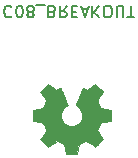
<source format=gbr>
G04 #@! TF.GenerationSoftware,KiCad,Pcbnew,5.1.5-52549c5~86~ubuntu18.04.1*
G04 #@! TF.CreationDate,2020-09-23T16:05:52-05:00*
G04 #@! TF.ProjectId,C08,4330382e-6b69-4636-9164-5f7063625858,rev?*
G04 #@! TF.SameCoordinates,Original*
G04 #@! TF.FileFunction,Legend,Bot*
G04 #@! TF.FilePolarity,Positive*
%FSLAX46Y46*%
G04 Gerber Fmt 4.6, Leading zero omitted, Abs format (unit mm)*
G04 Created by KiCad (PCBNEW 5.1.5-52549c5~86~ubuntu18.04.1) date 2020-09-23 16:05:52*
%MOMM*%
%LPD*%
G04 APERTURE LIST*
%ADD10C,0.150000*%
%ADD11C,0.010000*%
G04 APERTURE END LIST*
D10*
X23995666Y-37793657D02*
X23948047Y-37746038D01*
X23805190Y-37698419D01*
X23709952Y-37698419D01*
X23567095Y-37746038D01*
X23471857Y-37841276D01*
X23424238Y-37936514D01*
X23376619Y-38126990D01*
X23376619Y-38269847D01*
X23424238Y-38460323D01*
X23471857Y-38555561D01*
X23567095Y-38650800D01*
X23709952Y-38698419D01*
X23805190Y-38698419D01*
X23948047Y-38650800D01*
X23995666Y-38603180D01*
X24614714Y-38698419D02*
X24709952Y-38698419D01*
X24805190Y-38650800D01*
X24852809Y-38603180D01*
X24900428Y-38507942D01*
X24948047Y-38317466D01*
X24948047Y-38079371D01*
X24900428Y-37888895D01*
X24852809Y-37793657D01*
X24805190Y-37746038D01*
X24709952Y-37698419D01*
X24614714Y-37698419D01*
X24519476Y-37746038D01*
X24471857Y-37793657D01*
X24424238Y-37888895D01*
X24376619Y-38079371D01*
X24376619Y-38317466D01*
X24424238Y-38507942D01*
X24471857Y-38603180D01*
X24519476Y-38650800D01*
X24614714Y-38698419D01*
X25519476Y-38269847D02*
X25424238Y-38317466D01*
X25376619Y-38365085D01*
X25329000Y-38460323D01*
X25329000Y-38507942D01*
X25376619Y-38603180D01*
X25424238Y-38650800D01*
X25519476Y-38698419D01*
X25709952Y-38698419D01*
X25805190Y-38650800D01*
X25852809Y-38603180D01*
X25900428Y-38507942D01*
X25900428Y-38460323D01*
X25852809Y-38365085D01*
X25805190Y-38317466D01*
X25709952Y-38269847D01*
X25519476Y-38269847D01*
X25424238Y-38222228D01*
X25376619Y-38174609D01*
X25329000Y-38079371D01*
X25329000Y-37888895D01*
X25376619Y-37793657D01*
X25424238Y-37746038D01*
X25519476Y-37698419D01*
X25709952Y-37698419D01*
X25805190Y-37746038D01*
X25852809Y-37793657D01*
X25900428Y-37888895D01*
X25900428Y-38079371D01*
X25852809Y-38174609D01*
X25805190Y-38222228D01*
X25709952Y-38269847D01*
X26090904Y-37603180D02*
X26852809Y-37603180D01*
X27424238Y-38222228D02*
X27567095Y-38174609D01*
X27614714Y-38126990D01*
X27662333Y-38031752D01*
X27662333Y-37888895D01*
X27614714Y-37793657D01*
X27567095Y-37746038D01*
X27471857Y-37698419D01*
X27090904Y-37698419D01*
X27090904Y-38698419D01*
X27424238Y-38698419D01*
X27519476Y-38650800D01*
X27567095Y-38603180D01*
X27614714Y-38507942D01*
X27614714Y-38412704D01*
X27567095Y-38317466D01*
X27519476Y-38269847D01*
X27424238Y-38222228D01*
X27090904Y-38222228D01*
X28662333Y-37698419D02*
X28329000Y-38174609D01*
X28090904Y-37698419D02*
X28090904Y-38698419D01*
X28471857Y-38698419D01*
X28567095Y-38650800D01*
X28614714Y-38603180D01*
X28662333Y-38507942D01*
X28662333Y-38365085D01*
X28614714Y-38269847D01*
X28567095Y-38222228D01*
X28471857Y-38174609D01*
X28090904Y-38174609D01*
X29090904Y-38222228D02*
X29424238Y-38222228D01*
X29567095Y-37698419D02*
X29090904Y-37698419D01*
X29090904Y-38698419D01*
X29567095Y-38698419D01*
X29948047Y-37984133D02*
X30424238Y-37984133D01*
X29852809Y-37698419D02*
X30186142Y-38698419D01*
X30519476Y-37698419D01*
X30852809Y-37698419D02*
X30852809Y-38698419D01*
X31424238Y-37698419D02*
X30995666Y-38269847D01*
X31424238Y-38698419D02*
X30852809Y-38126990D01*
X32043285Y-38698419D02*
X32233761Y-38698419D01*
X32329000Y-38650800D01*
X32424238Y-38555561D01*
X32471857Y-38365085D01*
X32471857Y-38031752D01*
X32424238Y-37841276D01*
X32329000Y-37746038D01*
X32233761Y-37698419D01*
X32043285Y-37698419D01*
X31948047Y-37746038D01*
X31852809Y-37841276D01*
X31805190Y-38031752D01*
X31805190Y-38365085D01*
X31852809Y-38555561D01*
X31948047Y-38650800D01*
X32043285Y-38698419D01*
X32900428Y-38698419D02*
X32900428Y-37888895D01*
X32948047Y-37793657D01*
X32995666Y-37746038D01*
X33090904Y-37698419D01*
X33281380Y-37698419D01*
X33376619Y-37746038D01*
X33424238Y-37793657D01*
X33471857Y-37888895D01*
X33471857Y-38698419D01*
X33805190Y-38698419D02*
X34376619Y-38698419D01*
X34090904Y-37698419D02*
X34090904Y-38698419D01*
D11*
G36*
X29638814Y-49825869D02*
G01*
X29722635Y-49381245D01*
X30031920Y-49253747D01*
X30341206Y-49126249D01*
X30712246Y-49378554D01*
X30816157Y-49448804D01*
X30910087Y-49511528D01*
X30989652Y-49563862D01*
X31050470Y-49602943D01*
X31088157Y-49625907D01*
X31098421Y-49630858D01*
X31116910Y-49618124D01*
X31156420Y-49582918D01*
X31212522Y-49529738D01*
X31280787Y-49463082D01*
X31356786Y-49387446D01*
X31436092Y-49307328D01*
X31514275Y-49227226D01*
X31586907Y-49151636D01*
X31649559Y-49085055D01*
X31697803Y-49031982D01*
X31727210Y-48996913D01*
X31734241Y-48985177D01*
X31724123Y-48963540D01*
X31695759Y-48916138D01*
X31652129Y-48847607D01*
X31596218Y-48762585D01*
X31531006Y-48665707D01*
X31493219Y-48610450D01*
X31424343Y-48509552D01*
X31363140Y-48418501D01*
X31312578Y-48341830D01*
X31275628Y-48284072D01*
X31255258Y-48249757D01*
X31252197Y-48242546D01*
X31259136Y-48222052D01*
X31278051Y-48174287D01*
X31306087Y-48105968D01*
X31340391Y-48023811D01*
X31378109Y-47934530D01*
X31416387Y-47844842D01*
X31452370Y-47761462D01*
X31483206Y-47691106D01*
X31506039Y-47640490D01*
X31518017Y-47616329D01*
X31518724Y-47615378D01*
X31537531Y-47610764D01*
X31587618Y-47600472D01*
X31663793Y-47585513D01*
X31760865Y-47566899D01*
X31873643Y-47545641D01*
X31939442Y-47533382D01*
X32059950Y-47510438D01*
X32168797Y-47488605D01*
X32260476Y-47469078D01*
X32329481Y-47453052D01*
X32370304Y-47441721D01*
X32378511Y-47438126D01*
X32386548Y-47413794D01*
X32393033Y-47358841D01*
X32397970Y-47279692D01*
X32401364Y-47182774D01*
X32403218Y-47074513D01*
X32403538Y-46961335D01*
X32402327Y-46849665D01*
X32399590Y-46745932D01*
X32395331Y-46656559D01*
X32389555Y-46587974D01*
X32382267Y-46546603D01*
X32377895Y-46537990D01*
X32351764Y-46527667D01*
X32296393Y-46512908D01*
X32219107Y-46495448D01*
X32127230Y-46477020D01*
X32095158Y-46471059D01*
X31940524Y-46442734D01*
X31818375Y-46419924D01*
X31724673Y-46401720D01*
X31655384Y-46387217D01*
X31606471Y-46375508D01*
X31573897Y-46365685D01*
X31553628Y-46356844D01*
X31541626Y-46348076D01*
X31539947Y-46346343D01*
X31523184Y-46318429D01*
X31497614Y-46264105D01*
X31465788Y-46190023D01*
X31430260Y-46102835D01*
X31393583Y-46009192D01*
X31358311Y-45915748D01*
X31326996Y-45829153D01*
X31302193Y-45756060D01*
X31286454Y-45703122D01*
X31282332Y-45676989D01*
X31282676Y-45676074D01*
X31296641Y-45654714D01*
X31328322Y-45607716D01*
X31374391Y-45539973D01*
X31431518Y-45456377D01*
X31496373Y-45361818D01*
X31514843Y-45334946D01*
X31580699Y-45237525D01*
X31638650Y-45148637D01*
X31685538Y-45073388D01*
X31718207Y-45016880D01*
X31733500Y-44984219D01*
X31734241Y-44980207D01*
X31721392Y-44959116D01*
X31685888Y-44917336D01*
X31632293Y-44859355D01*
X31565171Y-44789665D01*
X31489087Y-44712755D01*
X31408604Y-44633117D01*
X31328287Y-44555239D01*
X31252699Y-44483614D01*
X31186405Y-44422730D01*
X31133969Y-44377079D01*
X31099955Y-44351150D01*
X31090545Y-44346917D01*
X31068643Y-44356888D01*
X31023800Y-44383780D01*
X30963321Y-44423064D01*
X30916789Y-44454683D01*
X30832475Y-44512702D01*
X30732626Y-44581016D01*
X30632473Y-44649221D01*
X30578627Y-44685725D01*
X30396371Y-44809000D01*
X30243381Y-44726280D01*
X30173682Y-44690041D01*
X30114414Y-44661874D01*
X30074311Y-44645809D01*
X30064103Y-44643574D01*
X30051829Y-44660078D01*
X30027613Y-44706718D01*
X29993263Y-44779191D01*
X29950588Y-44873194D01*
X29901394Y-44984426D01*
X29847490Y-45108585D01*
X29790684Y-45241368D01*
X29732782Y-45378473D01*
X29675593Y-45515598D01*
X29620924Y-45648442D01*
X29570584Y-45772702D01*
X29526380Y-45884075D01*
X29490119Y-45978261D01*
X29463609Y-46050956D01*
X29448658Y-46097859D01*
X29446254Y-46113967D01*
X29465311Y-46134514D01*
X29507036Y-46167867D01*
X29562706Y-46207098D01*
X29567378Y-46210201D01*
X29711264Y-46325377D01*
X29827283Y-46459747D01*
X29914430Y-46609016D01*
X29971699Y-46768887D01*
X29998086Y-46935063D01*
X29992585Y-47103248D01*
X29954190Y-47269145D01*
X29881895Y-47428458D01*
X29860626Y-47463313D01*
X29749996Y-47604063D01*
X29619302Y-47717086D01*
X29473064Y-47801797D01*
X29315808Y-47857606D01*
X29152057Y-47883926D01*
X28986333Y-47880170D01*
X28823162Y-47845750D01*
X28667065Y-47780077D01*
X28522567Y-47682565D01*
X28477869Y-47642987D01*
X28364112Y-47519097D01*
X28281218Y-47388676D01*
X28224356Y-47242485D01*
X28192687Y-47097712D01*
X28184869Y-46934940D01*
X28210938Y-46771360D01*
X28268245Y-46612502D01*
X28354144Y-46463894D01*
X28465986Y-46331065D01*
X28601123Y-46219544D01*
X28618883Y-46207789D01*
X28675150Y-46169292D01*
X28717923Y-46135937D01*
X28738372Y-46114640D01*
X28738669Y-46113967D01*
X28734279Y-46090929D01*
X28716876Y-46038643D01*
X28688268Y-45961410D01*
X28650265Y-45863532D01*
X28604674Y-45749309D01*
X28553303Y-45623042D01*
X28497962Y-45489033D01*
X28440458Y-45351582D01*
X28382601Y-45214992D01*
X28326198Y-45083563D01*
X28273058Y-44961595D01*
X28224990Y-44853391D01*
X28183801Y-44763251D01*
X28151301Y-44695477D01*
X28129297Y-44654370D01*
X28120436Y-44643574D01*
X28093360Y-44651981D01*
X28042697Y-44674528D01*
X27977183Y-44707187D01*
X27941159Y-44726280D01*
X27788168Y-44809000D01*
X27605912Y-44685725D01*
X27512875Y-44622572D01*
X27411015Y-44553073D01*
X27315562Y-44487635D01*
X27267750Y-44454683D01*
X27200505Y-44409527D01*
X27143564Y-44373743D01*
X27104354Y-44351862D01*
X27091619Y-44347237D01*
X27073083Y-44359715D01*
X27032059Y-44394548D01*
X26972525Y-44448122D01*
X26898458Y-44516817D01*
X26813835Y-44597019D01*
X26760315Y-44648514D01*
X26666681Y-44740514D01*
X26585759Y-44822801D01*
X26520823Y-44891855D01*
X26475142Y-44944156D01*
X26451989Y-44976184D01*
X26449768Y-44982684D01*
X26460076Y-45007406D01*
X26488561Y-45057395D01*
X26532063Y-45127588D01*
X26587423Y-45212925D01*
X26651480Y-45308344D01*
X26669697Y-45334946D01*
X26736073Y-45431633D01*
X26795622Y-45518683D01*
X26845016Y-45591205D01*
X26880925Y-45644307D01*
X26900019Y-45673097D01*
X26901864Y-45676074D01*
X26899105Y-45699018D01*
X26884462Y-45749464D01*
X26860487Y-45820759D01*
X26829734Y-45906253D01*
X26794756Y-45999293D01*
X26758107Y-46093226D01*
X26722339Y-46181401D01*
X26690006Y-46257166D01*
X26663662Y-46313869D01*
X26645858Y-46344857D01*
X26644593Y-46346343D01*
X26633706Y-46355199D01*
X26615318Y-46363957D01*
X26585394Y-46373523D01*
X26539897Y-46384804D01*
X26474791Y-46398707D01*
X26386039Y-46416137D01*
X26269607Y-46438002D01*
X26121458Y-46465209D01*
X26089382Y-46471059D01*
X25994314Y-46489426D01*
X25911435Y-46507395D01*
X25848070Y-46523231D01*
X25811542Y-46535200D01*
X25806644Y-46537990D01*
X25798573Y-46562728D01*
X25792013Y-46618010D01*
X25786967Y-46697411D01*
X25783441Y-46794504D01*
X25781439Y-46902862D01*
X25780964Y-47016060D01*
X25782023Y-47127672D01*
X25784618Y-47231271D01*
X25788754Y-47320432D01*
X25794437Y-47388728D01*
X25801669Y-47429734D01*
X25806029Y-47438126D01*
X25830302Y-47446592D01*
X25885574Y-47460365D01*
X25966338Y-47478250D01*
X26067088Y-47499052D01*
X26182317Y-47521577D01*
X26245098Y-47533382D01*
X26364213Y-47555649D01*
X26470435Y-47575821D01*
X26558573Y-47592885D01*
X26623434Y-47605831D01*
X26659826Y-47613645D01*
X26665816Y-47615378D01*
X26675939Y-47634910D01*
X26697338Y-47681957D01*
X26727161Y-47749797D01*
X26762555Y-47831709D01*
X26800668Y-47920972D01*
X26838647Y-48010865D01*
X26873640Y-48094665D01*
X26902794Y-48165653D01*
X26923257Y-48217106D01*
X26932177Y-48242303D01*
X26932343Y-48243404D01*
X26922231Y-48263281D01*
X26893883Y-48309023D01*
X26850277Y-48376083D01*
X26794394Y-48459916D01*
X26729213Y-48555974D01*
X26691321Y-48611150D01*
X26622275Y-48712319D01*
X26560950Y-48804170D01*
X26510337Y-48882056D01*
X26473429Y-48941331D01*
X26453218Y-48977349D01*
X26450299Y-48985423D01*
X26462847Y-49004216D01*
X26497537Y-49044343D01*
X26549937Y-49101307D01*
X26615616Y-49170615D01*
X26690144Y-49247769D01*
X26769087Y-49328275D01*
X26848017Y-49407637D01*
X26922500Y-49481360D01*
X26988106Y-49544948D01*
X27040404Y-49593906D01*
X27074961Y-49623739D01*
X27086522Y-49630858D01*
X27105346Y-49620847D01*
X27150369Y-49592722D01*
X27217213Y-49549346D01*
X27301501Y-49493582D01*
X27398856Y-49428294D01*
X27472293Y-49378554D01*
X27843333Y-49126249D01*
X28461905Y-49381245D01*
X28545725Y-49825869D01*
X28629546Y-50270493D01*
X29554994Y-50270493D01*
X29638814Y-49825869D01*
G37*
X29638814Y-49825869D02*
X29722635Y-49381245D01*
X30031920Y-49253747D01*
X30341206Y-49126249D01*
X30712246Y-49378554D01*
X30816157Y-49448804D01*
X30910087Y-49511528D01*
X30989652Y-49563862D01*
X31050470Y-49602943D01*
X31088157Y-49625907D01*
X31098421Y-49630858D01*
X31116910Y-49618124D01*
X31156420Y-49582918D01*
X31212522Y-49529738D01*
X31280787Y-49463082D01*
X31356786Y-49387446D01*
X31436092Y-49307328D01*
X31514275Y-49227226D01*
X31586907Y-49151636D01*
X31649559Y-49085055D01*
X31697803Y-49031982D01*
X31727210Y-48996913D01*
X31734241Y-48985177D01*
X31724123Y-48963540D01*
X31695759Y-48916138D01*
X31652129Y-48847607D01*
X31596218Y-48762585D01*
X31531006Y-48665707D01*
X31493219Y-48610450D01*
X31424343Y-48509552D01*
X31363140Y-48418501D01*
X31312578Y-48341830D01*
X31275628Y-48284072D01*
X31255258Y-48249757D01*
X31252197Y-48242546D01*
X31259136Y-48222052D01*
X31278051Y-48174287D01*
X31306087Y-48105968D01*
X31340391Y-48023811D01*
X31378109Y-47934530D01*
X31416387Y-47844842D01*
X31452370Y-47761462D01*
X31483206Y-47691106D01*
X31506039Y-47640490D01*
X31518017Y-47616329D01*
X31518724Y-47615378D01*
X31537531Y-47610764D01*
X31587618Y-47600472D01*
X31663793Y-47585513D01*
X31760865Y-47566899D01*
X31873643Y-47545641D01*
X31939442Y-47533382D01*
X32059950Y-47510438D01*
X32168797Y-47488605D01*
X32260476Y-47469078D01*
X32329481Y-47453052D01*
X32370304Y-47441721D01*
X32378511Y-47438126D01*
X32386548Y-47413794D01*
X32393033Y-47358841D01*
X32397970Y-47279692D01*
X32401364Y-47182774D01*
X32403218Y-47074513D01*
X32403538Y-46961335D01*
X32402327Y-46849665D01*
X32399590Y-46745932D01*
X32395331Y-46656559D01*
X32389555Y-46587974D01*
X32382267Y-46546603D01*
X32377895Y-46537990D01*
X32351764Y-46527667D01*
X32296393Y-46512908D01*
X32219107Y-46495448D01*
X32127230Y-46477020D01*
X32095158Y-46471059D01*
X31940524Y-46442734D01*
X31818375Y-46419924D01*
X31724673Y-46401720D01*
X31655384Y-46387217D01*
X31606471Y-46375508D01*
X31573897Y-46365685D01*
X31553628Y-46356844D01*
X31541626Y-46348076D01*
X31539947Y-46346343D01*
X31523184Y-46318429D01*
X31497614Y-46264105D01*
X31465788Y-46190023D01*
X31430260Y-46102835D01*
X31393583Y-46009192D01*
X31358311Y-45915748D01*
X31326996Y-45829153D01*
X31302193Y-45756060D01*
X31286454Y-45703122D01*
X31282332Y-45676989D01*
X31282676Y-45676074D01*
X31296641Y-45654714D01*
X31328322Y-45607716D01*
X31374391Y-45539973D01*
X31431518Y-45456377D01*
X31496373Y-45361818D01*
X31514843Y-45334946D01*
X31580699Y-45237525D01*
X31638650Y-45148637D01*
X31685538Y-45073388D01*
X31718207Y-45016880D01*
X31733500Y-44984219D01*
X31734241Y-44980207D01*
X31721392Y-44959116D01*
X31685888Y-44917336D01*
X31632293Y-44859355D01*
X31565171Y-44789665D01*
X31489087Y-44712755D01*
X31408604Y-44633117D01*
X31328287Y-44555239D01*
X31252699Y-44483614D01*
X31186405Y-44422730D01*
X31133969Y-44377079D01*
X31099955Y-44351150D01*
X31090545Y-44346917D01*
X31068643Y-44356888D01*
X31023800Y-44383780D01*
X30963321Y-44423064D01*
X30916789Y-44454683D01*
X30832475Y-44512702D01*
X30732626Y-44581016D01*
X30632473Y-44649221D01*
X30578627Y-44685725D01*
X30396371Y-44809000D01*
X30243381Y-44726280D01*
X30173682Y-44690041D01*
X30114414Y-44661874D01*
X30074311Y-44645809D01*
X30064103Y-44643574D01*
X30051829Y-44660078D01*
X30027613Y-44706718D01*
X29993263Y-44779191D01*
X29950588Y-44873194D01*
X29901394Y-44984426D01*
X29847490Y-45108585D01*
X29790684Y-45241368D01*
X29732782Y-45378473D01*
X29675593Y-45515598D01*
X29620924Y-45648442D01*
X29570584Y-45772702D01*
X29526380Y-45884075D01*
X29490119Y-45978261D01*
X29463609Y-46050956D01*
X29448658Y-46097859D01*
X29446254Y-46113967D01*
X29465311Y-46134514D01*
X29507036Y-46167867D01*
X29562706Y-46207098D01*
X29567378Y-46210201D01*
X29711264Y-46325377D01*
X29827283Y-46459747D01*
X29914430Y-46609016D01*
X29971699Y-46768887D01*
X29998086Y-46935063D01*
X29992585Y-47103248D01*
X29954190Y-47269145D01*
X29881895Y-47428458D01*
X29860626Y-47463313D01*
X29749996Y-47604063D01*
X29619302Y-47717086D01*
X29473064Y-47801797D01*
X29315808Y-47857606D01*
X29152057Y-47883926D01*
X28986333Y-47880170D01*
X28823162Y-47845750D01*
X28667065Y-47780077D01*
X28522567Y-47682565D01*
X28477869Y-47642987D01*
X28364112Y-47519097D01*
X28281218Y-47388676D01*
X28224356Y-47242485D01*
X28192687Y-47097712D01*
X28184869Y-46934940D01*
X28210938Y-46771360D01*
X28268245Y-46612502D01*
X28354144Y-46463894D01*
X28465986Y-46331065D01*
X28601123Y-46219544D01*
X28618883Y-46207789D01*
X28675150Y-46169292D01*
X28717923Y-46135937D01*
X28738372Y-46114640D01*
X28738669Y-46113967D01*
X28734279Y-46090929D01*
X28716876Y-46038643D01*
X28688268Y-45961410D01*
X28650265Y-45863532D01*
X28604674Y-45749309D01*
X28553303Y-45623042D01*
X28497962Y-45489033D01*
X28440458Y-45351582D01*
X28382601Y-45214992D01*
X28326198Y-45083563D01*
X28273058Y-44961595D01*
X28224990Y-44853391D01*
X28183801Y-44763251D01*
X28151301Y-44695477D01*
X28129297Y-44654370D01*
X28120436Y-44643574D01*
X28093360Y-44651981D01*
X28042697Y-44674528D01*
X27977183Y-44707187D01*
X27941159Y-44726280D01*
X27788168Y-44809000D01*
X27605912Y-44685725D01*
X27512875Y-44622572D01*
X27411015Y-44553073D01*
X27315562Y-44487635D01*
X27267750Y-44454683D01*
X27200505Y-44409527D01*
X27143564Y-44373743D01*
X27104354Y-44351862D01*
X27091619Y-44347237D01*
X27073083Y-44359715D01*
X27032059Y-44394548D01*
X26972525Y-44448122D01*
X26898458Y-44516817D01*
X26813835Y-44597019D01*
X26760315Y-44648514D01*
X26666681Y-44740514D01*
X26585759Y-44822801D01*
X26520823Y-44891855D01*
X26475142Y-44944156D01*
X26451989Y-44976184D01*
X26449768Y-44982684D01*
X26460076Y-45007406D01*
X26488561Y-45057395D01*
X26532063Y-45127588D01*
X26587423Y-45212925D01*
X26651480Y-45308344D01*
X26669697Y-45334946D01*
X26736073Y-45431633D01*
X26795622Y-45518683D01*
X26845016Y-45591205D01*
X26880925Y-45644307D01*
X26900019Y-45673097D01*
X26901864Y-45676074D01*
X26899105Y-45699018D01*
X26884462Y-45749464D01*
X26860487Y-45820759D01*
X26829734Y-45906253D01*
X26794756Y-45999293D01*
X26758107Y-46093226D01*
X26722339Y-46181401D01*
X26690006Y-46257166D01*
X26663662Y-46313869D01*
X26645858Y-46344857D01*
X26644593Y-46346343D01*
X26633706Y-46355199D01*
X26615318Y-46363957D01*
X26585394Y-46373523D01*
X26539897Y-46384804D01*
X26474791Y-46398707D01*
X26386039Y-46416137D01*
X26269607Y-46438002D01*
X26121458Y-46465209D01*
X26089382Y-46471059D01*
X25994314Y-46489426D01*
X25911435Y-46507395D01*
X25848070Y-46523231D01*
X25811542Y-46535200D01*
X25806644Y-46537990D01*
X25798573Y-46562728D01*
X25792013Y-46618010D01*
X25786967Y-46697411D01*
X25783441Y-46794504D01*
X25781439Y-46902862D01*
X25780964Y-47016060D01*
X25782023Y-47127672D01*
X25784618Y-47231271D01*
X25788754Y-47320432D01*
X25794437Y-47388728D01*
X25801669Y-47429734D01*
X25806029Y-47438126D01*
X25830302Y-47446592D01*
X25885574Y-47460365D01*
X25966338Y-47478250D01*
X26067088Y-47499052D01*
X26182317Y-47521577D01*
X26245098Y-47533382D01*
X26364213Y-47555649D01*
X26470435Y-47575821D01*
X26558573Y-47592885D01*
X26623434Y-47605831D01*
X26659826Y-47613645D01*
X26665816Y-47615378D01*
X26675939Y-47634910D01*
X26697338Y-47681957D01*
X26727161Y-47749797D01*
X26762555Y-47831709D01*
X26800668Y-47920972D01*
X26838647Y-48010865D01*
X26873640Y-48094665D01*
X26902794Y-48165653D01*
X26923257Y-48217106D01*
X26932177Y-48242303D01*
X26932343Y-48243404D01*
X26922231Y-48263281D01*
X26893883Y-48309023D01*
X26850277Y-48376083D01*
X26794394Y-48459916D01*
X26729213Y-48555974D01*
X26691321Y-48611150D01*
X26622275Y-48712319D01*
X26560950Y-48804170D01*
X26510337Y-48882056D01*
X26473429Y-48941331D01*
X26453218Y-48977349D01*
X26450299Y-48985423D01*
X26462847Y-49004216D01*
X26497537Y-49044343D01*
X26549937Y-49101307D01*
X26615616Y-49170615D01*
X26690144Y-49247769D01*
X26769087Y-49328275D01*
X26848017Y-49407637D01*
X26922500Y-49481360D01*
X26988106Y-49544948D01*
X27040404Y-49593906D01*
X27074961Y-49623739D01*
X27086522Y-49630858D01*
X27105346Y-49620847D01*
X27150369Y-49592722D01*
X27217213Y-49549346D01*
X27301501Y-49493582D01*
X27398856Y-49428294D01*
X27472293Y-49378554D01*
X27843333Y-49126249D01*
X28461905Y-49381245D01*
X28545725Y-49825869D01*
X28629546Y-50270493D01*
X29554994Y-50270493D01*
X29638814Y-49825869D01*
M02*

</source>
